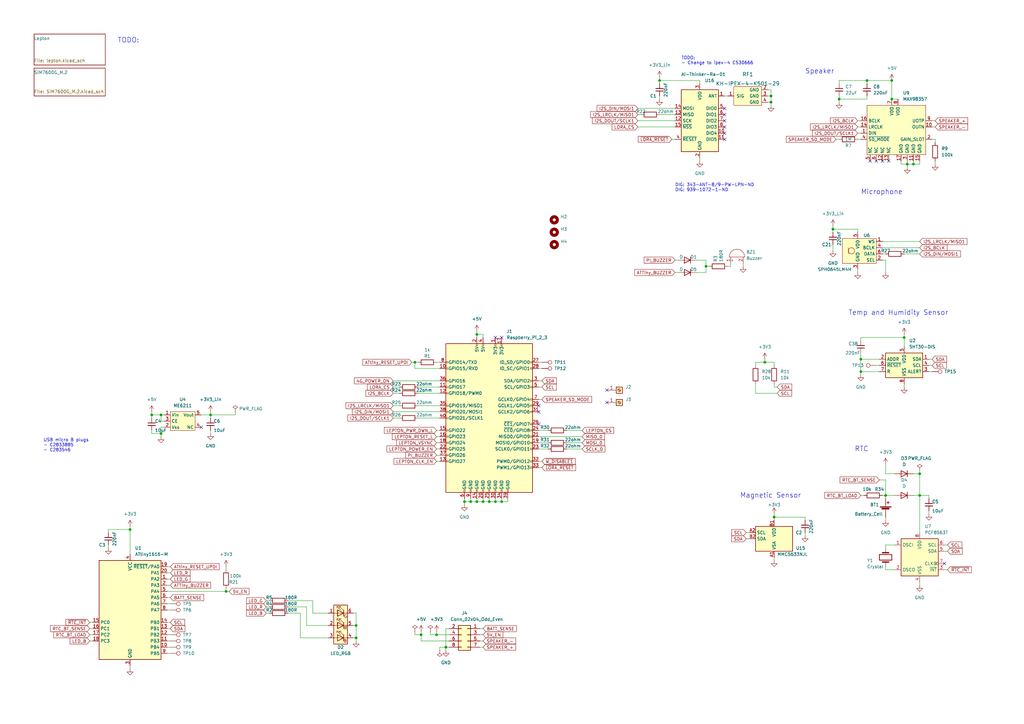
<source format=kicad_sch>
(kicad_sch (version 20211123) (generator eeschema)
  (paper "A3")
  (junction (at 353.06 147.32))
  (junction (at 66.04 177.8))
  (junction (at 205.74 205.74))
  (junction (at 316.23 41.91))
  (junction (at 66.04 170.18))
  (junction (at 377.19 203.2))
  (junction (at 92.71 242.57))
  (junction (at 146.05 261.62))
  (junction (at 203.2 205.74))
  (junction (at 182.88 265.43))
  (junction (at 270.51 33.02))
  (junction (at 289.56 109.22))
  (junction (at 195.58 205.74))
  (junction (at 370.84 138.43))
  (junction (at 146.05 256.54))
  (junction (at 198.12 205.74))
  (junction (at 344.17 40.64))
  (junction (at 195.58 137.16))
  (junction (at 170.18 148.59))
  (junction (at 365.76 40.64))
  (junction (at 316.23 39.37))
  (junction (at 355.6 33.02))
  (junction (at 341.63 93.98))
  (junction (at 200.66 205.74))
  (junction (at 317.5 212.09))
  (junction (at 353.06 152.4))
  (junction (at 179.07 260.35))
  (junction (at 193.04 205.74))
  (junction (at 172.72 260.35))
  (junction (at 372.11 67.31))
  (junction (at 365.76 33.02))
  (junction (at 86.36 170.18))
  (junction (at 374.65 67.31))
  (junction (at 53.34 217.17))
  (junction (at 363.22 203.2))
  (junction (at 190.5 205.74))
  (junction (at 313.69 148.59))
  (junction (at 62.23 170.18))
  (junction (at 377.19 194.31))
  (no_connect (at 248.92 165.1))
  (no_connect (at 203.2 138.43))
  (no_connect (at 205.74 138.43))
  (no_connect (at 297.18 54.61))
  (no_connect (at 248.92 160.02))
  (no_connect (at 387.35 231.14))
  (no_connect (at 297.18 44.45))
  (no_connect (at 220.98 166.37))
  (no_connect (at 82.55 175.26))
  (no_connect (at 297.18 46.99))
  (no_connect (at 220.98 168.91))
  (no_connect (at 220.98 173.99))
  (no_connect (at 361.95 66.04))
  (no_connect (at 297.18 49.53))
  (no_connect (at 297.18 52.07))
  (no_connect (at 364.49 66.04))
  (no_connect (at 356.87 66.04))
  (no_connect (at 359.41 66.04))
  (no_connect (at 297.18 57.15))
  (wire (pts (xy 381 204.47) (xy 381 203.2)))
  (wire (pts (xy 289.56 106.68) (xy 289.56 109.22)))
  (wire (pts (xy 198.12 205.74) (xy 200.66 205.74)))
  (wire (pts (xy 363.22 194.31) (xy 367.03 194.31)))
  (wire (pts (xy 353.06 138.43) (xy 353.06 139.7)))
  (wire (pts (xy 190.5 204.47) (xy 190.5 205.74)))
  (wire (pts (xy 86.36 171.45) (xy 86.36 170.18)))
  (wire (pts (xy 44.45 218.44) (xy 44.45 217.17)))
  (wire (pts (xy 289.56 111.76) (xy 289.56 109.22)))
  (wire (pts (xy 66.04 177.8) (xy 66.04 179.07)))
  (wire (pts (xy 344.17 40.64) (xy 344.17 41.91)))
  (wire (pts (xy 287.02 34.29) (xy 287.02 33.02)))
  (wire (pts (xy 299.72 109.22) (xy 298.45 109.22)))
  (wire (pts (xy 171.45 166.37) (xy 180.34 166.37)))
  (wire (pts (xy 123.19 251.46) (xy 123.19 261.62)))
  (wire (pts (xy 68.58 255.27) (xy 69.85 255.27)))
  (wire (pts (xy 86.36 170.18) (xy 96.52 170.18)))
  (wire (pts (xy 309.88 161.29) (xy 309.88 157.48)))
  (wire (pts (xy 125.73 256.54) (xy 134.62 256.54)))
  (wire (pts (xy 369.57 67.31) (xy 372.11 67.31)))
  (wire (pts (xy 363.22 196.85) (xy 360.68 196.85)))
  (wire (pts (xy 68.58 265.43) (xy 69.85 265.43)))
  (wire (pts (xy 232.41 181.61) (xy 238.76 181.61)))
  (wire (pts (xy 316.23 39.37) (xy 316.23 36.83)))
  (wire (pts (xy 363.22 190.5) (xy 363.22 194.31)))
  (wire (pts (xy 68.58 247.65) (xy 69.85 247.65)))
  (wire (pts (xy 220.98 176.53) (xy 224.79 176.53)))
  (wire (pts (xy 161.29 161.29) (xy 163.83 161.29)))
  (wire (pts (xy 172.72 260.35) (xy 172.72 259.08)))
  (wire (pts (xy 232.41 184.15) (xy 238.76 184.15)))
  (wire (pts (xy 184.15 260.35) (xy 179.07 260.35)))
  (wire (pts (xy 200.66 205.74) (xy 203.2 205.74)))
  (wire (pts (xy 190.5 205.74) (xy 193.04 205.74)))
  (wire (pts (xy 361.95 104.14) (xy 363.22 104.14)))
  (wire (pts (xy 176.53 260.35) (xy 176.53 259.08)))
  (wire (pts (xy 316.23 41.91) (xy 316.23 39.37)))
  (wire (pts (xy 377.19 193.04) (xy 377.19 194.31)))
  (wire (pts (xy 179.07 176.53) (xy 180.34 176.53)))
  (wire (pts (xy 182.88 265.43) (xy 182.88 266.7)))
  (wire (pts (xy 53.34 217.17) (xy 44.45 217.17)))
  (wire (pts (xy 270.51 31.75) (xy 270.51 33.02)))
  (wire (pts (xy 355.6 33.02) (xy 355.6 34.29)))
  (wire (pts (xy 318.77 161.29) (xy 309.88 161.29)))
  (wire (pts (xy 361.95 203.2) (xy 363.22 203.2)))
  (wire (pts (xy 276.86 111.76) (xy 278.13 111.76)))
  (wire (pts (xy 377.19 203.2) (xy 377.19 218.44)))
  (wire (pts (xy 275.59 57.15) (xy 276.86 57.15)))
  (wire (pts (xy 66.04 175.26) (xy 66.04 177.8)))
  (wire (pts (xy 383.54 66.04) (xy 383.54 67.31)))
  (wire (pts (xy 372.11 66.04) (xy 372.11 67.31)))
  (wire (pts (xy 341.63 93.98) (xy 341.63 95.25)))
  (wire (pts (xy 304.8 107.95) (xy 304.8 109.22)))
  (wire (pts (xy 171.45 171.45) (xy 180.34 171.45)))
  (wire (pts (xy 170.18 151.13) (xy 180.34 151.13)))
  (wire (pts (xy 387.35 226.06) (xy 388.62 226.06)))
  (wire (pts (xy 195.58 135.89) (xy 195.58 137.16)))
  (wire (pts (xy 170.18 260.35) (xy 170.18 259.08)))
  (wire (pts (xy 118.11 248.92) (xy 125.73 248.92)))
  (wire (pts (xy 200.66 205.74) (xy 200.66 204.47)))
  (wire (pts (xy 387.35 233.68) (xy 388.62 233.68)))
  (wire (pts (xy 363.22 203.2) (xy 363.22 196.85)))
  (wire (pts (xy 351.79 49.53) (xy 353.06 49.53)))
  (wire (pts (xy 361.95 106.68) (xy 363.22 106.68)))
  (wire (pts (xy 179.07 260.35) (xy 179.07 259.08)))
  (wire (pts (xy 180.34 265.43) (xy 180.34 266.7)))
  (wire (pts (xy 144.78 256.54) (xy 146.05 256.54)))
  (wire (pts (xy 196.85 257.81) (xy 198.12 257.81)))
  (wire (pts (xy 381 149.86) (xy 382.27 149.86)))
  (wire (pts (xy 353.06 203.2) (xy 354.33 203.2)))
  (wire (pts (xy 314.96 39.37) (xy 316.23 39.37)))
  (wire (pts (xy 377.19 194.31) (xy 377.19 203.2)))
  (wire (pts (xy 168.91 148.59) (xy 170.18 148.59)))
  (wire (pts (xy 374.65 194.31) (xy 377.19 194.31)))
  (wire (pts (xy 367.03 203.2) (xy 363.22 203.2)))
  (wire (pts (xy 342.9 57.15) (xy 344.17 57.15)))
  (wire (pts (xy 68.58 267.97) (xy 69.85 267.97)))
  (wire (pts (xy 341.63 100.33) (xy 341.63 102.87)))
  (wire (pts (xy 313.69 147.32) (xy 313.69 148.59)))
  (wire (pts (xy 353.06 147.32) (xy 360.68 147.32)))
  (wire (pts (xy 146.05 256.54) (xy 146.05 251.46)))
  (wire (pts (xy 123.19 261.62) (xy 134.62 261.62)))
  (wire (pts (xy 220.98 181.61) (xy 224.79 181.61)))
  (wire (pts (xy 36.83 260.35) (xy 38.1 260.35)))
  (wire (pts (xy 317.5 228.6) (xy 317.5 229.87)))
  (wire (pts (xy 367.03 233.68) (xy 363.22 233.68)))
  (wire (pts (xy 86.36 168.91) (xy 86.36 170.18)))
  (wire (pts (xy 377.19 66.04) (xy 377.19 67.31)))
  (wire (pts (xy 161.29 158.75) (xy 163.83 158.75)))
  (wire (pts (xy 68.58 262.89) (xy 69.85 262.89)))
  (wire (pts (xy 68.58 250.19) (xy 69.85 250.19)))
  (wire (pts (xy 381 152.4) (xy 382.27 152.4)))
  (wire (pts (xy 128.27 251.46) (xy 134.62 251.46)))
  (wire (pts (xy 179.07 189.23) (xy 180.34 189.23)))
  (wire (pts (xy 68.58 232.41) (xy 69.85 232.41)))
  (wire (pts (xy 383.54 58.42) (xy 383.54 57.15)))
  (wire (pts (xy 161.29 156.21) (xy 180.34 156.21)))
  (wire (pts (xy 381 147.32) (xy 382.27 147.32)))
  (wire (pts (xy 363.22 223.52) (xy 367.03 223.52)))
  (wire (pts (xy 220.98 151.13) (xy 222.25 151.13)))
  (wire (pts (xy 344.17 40.64) (xy 355.6 40.64)))
  (wire (pts (xy 261.62 46.99) (xy 262.89 46.99)))
  (wire (pts (xy 146.05 256.54) (xy 146.05 261.62)))
  (wire (pts (xy 372.11 67.31) (xy 374.65 67.31)))
  (wire (pts (xy 232.41 176.53) (xy 238.76 176.53)))
  (wire (pts (xy 276.86 106.68) (xy 278.13 106.68)))
  (wire (pts (xy 330.2 218.44) (xy 330.2 219.71)))
  (wire (pts (xy 92.71 242.57) (xy 93.98 242.57)))
  (wire (pts (xy 198.12 137.16) (xy 198.12 138.43)))
  (wire (pts (xy 179.07 260.35) (xy 176.53 260.35)))
  (wire (pts (xy 270.51 39.37) (xy 270.51 40.64)))
  (wire (pts (xy 171.45 158.75) (xy 180.34 158.75)))
  (wire (pts (xy 44.45 223.52) (xy 44.45 224.79)))
  (wire (pts (xy 370.84 104.14) (xy 377.19 104.14)))
  (wire (pts (xy 109.22 248.92) (xy 110.49 248.92)))
  (wire (pts (xy 118.11 246.38) (xy 128.27 246.38)))
  (wire (pts (xy 313.69 148.59) (xy 309.88 148.59)))
  (wire (pts (xy 287.02 64.77) (xy 287.02 66.04)))
  (wire (pts (xy 109.22 251.46) (xy 110.49 251.46)))
  (wire (pts (xy 309.88 148.59) (xy 309.88 149.86)))
  (wire (pts (xy 86.36 176.53) (xy 86.36 177.8)))
  (wire (pts (xy 351.79 52.07) (xy 353.06 52.07)))
  (wire (pts (xy 363.22 203.2) (xy 363.22 204.47)))
  (wire (pts (xy 374.65 66.04) (xy 374.65 67.31)))
  (wire (pts (xy 370.84 138.43) (xy 370.84 137.16)))
  (wire (pts (xy 317.5 212.09) (xy 317.5 213.36)))
  (wire (pts (xy 205.74 205.74) (xy 205.74 204.47)))
  (wire (pts (xy 341.63 92.71) (xy 341.63 93.98)))
  (wire (pts (xy 374.65 67.31) (xy 377.19 67.31)))
  (wire (pts (xy 353.06 152.4) (xy 360.68 152.4)))
  (wire (pts (xy 179.07 148.59) (xy 180.34 148.59)))
  (wire (pts (xy 195.58 205.74) (xy 198.12 205.74)))
  (wire (pts (xy 36.83 255.27) (xy 38.1 255.27)))
  (wire (pts (xy 66.04 175.26) (xy 67.31 175.26)))
  (wire (pts (xy 172.72 262.89) (xy 172.72 260.35)))
  (wire (pts (xy 193.04 205.74) (xy 193.04 204.47)))
  (wire (pts (xy 182.88 265.43) (xy 180.34 265.43)))
  (wire (pts (xy 220.98 184.15) (xy 224.79 184.15)))
  (wire (pts (xy 179.07 181.61) (xy 180.34 181.61)))
  (wire (pts (xy 82.55 170.18) (xy 86.36 170.18)))
  (wire (pts (xy 297.18 39.37) (xy 298.45 39.37)))
  (wire (pts (xy 316.23 36.83) (xy 314.96 36.83)))
  (wire (pts (xy 68.58 237.49) (xy 69.85 237.49)))
  (wire (pts (xy 330.2 212.09) (xy 330.2 213.36)))
  (wire (pts (xy 299.72 107.95) (xy 299.72 109.22)))
  (wire (pts (xy 351.79 93.98) (xy 351.79 95.25)))
  (wire (pts (xy 62.23 177.8) (xy 62.23 176.53)))
  (wire (pts (xy 285.75 106.68) (xy 289.56 106.68)))
  (wire (pts (xy 355.6 40.64) (xy 355.6 39.37)))
  (wire (pts (xy 351.79 110.49) (xy 351.79 111.76)))
  (wire (pts (xy 184.15 257.81) (xy 182.88 257.81)))
  (wire (pts (xy 109.22 246.38) (xy 110.49 246.38)))
  (wire (pts (xy 53.34 273.05) (xy 53.34 274.32)))
  (wire (pts (xy 128.27 246.38) (xy 128.27 251.46)))
  (wire (pts (xy 316.23 43.18) (xy 316.23 41.91)))
  (wire (pts (xy 208.28 205.74) (xy 208.28 204.47)))
  (wire (pts (xy 195.58 137.16) (xy 195.58 138.43)))
  (wire (pts (xy 365.76 33.02) (xy 355.6 33.02)))
  (wire (pts (xy 196.85 260.35) (xy 198.12 260.35)))
  (wire (pts (xy 184.15 262.89) (xy 172.72 262.89)))
  (wire (pts (xy 365.76 33.02) (xy 365.76 40.64)))
  (wire (pts (xy 361.95 101.6) (xy 377.19 101.6)))
  (wire (pts (xy 369.57 66.04) (xy 369.57 67.31)))
  (wire (pts (xy 344.17 39.37) (xy 344.17 40.64)))
  (wire (pts (xy 125.73 248.92) (xy 125.73 256.54)))
  (wire (pts (xy 68.58 242.57) (xy 92.71 242.57)))
  (wire (pts (xy 317.5 158.75) (xy 317.5 157.48)))
  (wire (pts (xy 92.71 241.3) (xy 92.71 242.57)))
  (wire (pts (xy 355.6 33.02) (xy 344.17 33.02)))
  (wire (pts (xy 203.2 205.74) (xy 203.2 204.47)))
  (wire (pts (xy 353.06 147.32) (xy 353.06 152.4)))
  (wire (pts (xy 198.12 205.74) (xy 198.12 204.47)))
  (wire (pts (xy 220.98 156.21) (xy 222.25 156.21)))
  (wire (pts (xy 381 209.55) (xy 381 210.82)))
  (wire (pts (xy 372.11 67.31) (xy 372.11 68.58)))
  (wire (pts (xy 377.19 238.76) (xy 377.19 240.03)))
  (wire (pts (xy 182.88 257.81) (xy 182.88 265.43)))
  (wire (pts (xy 146.05 251.46) (xy 144.78 251.46)))
  (wire (pts (xy 359.41 149.86) (xy 360.68 149.86)))
  (wire (pts (xy 382.27 49.53) (xy 383.54 49.53)))
  (wire (pts (xy 68.58 260.35) (xy 69.85 260.35)))
  (wire (pts (xy 118.11 251.46) (xy 123.19 251.46)))
  (wire (pts (xy 220.98 163.83) (xy 222.25 163.83)))
  (wire (pts (xy 313.69 148.59) (xy 317.5 148.59)))
  (wire (pts (xy 387.35 223.52) (xy 388.62 223.52)))
  (wire (pts (xy 171.45 161.29) (xy 180.34 161.29)))
  (wire (pts (xy 67.31 170.18) (xy 66.04 170.18)))
  (wire (pts (xy 92.71 232.41) (xy 92.71 233.68)))
  (wire (pts (xy 53.34 227.33) (xy 53.34 217.17)))
  (wire (pts (xy 172.72 260.35) (xy 170.18 260.35)))
  (wire (pts (xy 190.5 205.74) (xy 190.5 207.01)))
  (wire (pts (xy 363.22 212.09) (xy 363.22 213.36)))
  (wire (pts (xy 220.98 179.07) (xy 238.76 179.07)))
  (wire (pts (xy 363.22 233.68) (xy 363.22 232.41)))
  (wire (pts (xy 196.85 265.43) (xy 198.12 265.43)))
  (wire (pts (xy 381 203.2) (xy 377.19 203.2)))
  (wire (pts (xy 374.65 203.2) (xy 377.19 203.2)))
  (wire (pts (xy 36.83 262.89) (xy 38.1 262.89)))
  (wire (pts (xy 220.98 158.75) (xy 222.25 158.75)))
  (wire (pts (xy 62.23 170.18) (xy 62.23 171.45)))
  (wire (pts (xy 170.18 151.13) (xy 170.18 148.59)))
  (wire (pts (xy 146.05 261.62) (xy 146.05 262.89)))
  (wire (pts (xy 182.88 265.43) (xy 184.15 265.43)))
  (wire (pts (xy 220.98 148.59) (xy 222.25 148.59)))
  (wire (pts (xy 351.79 57.15) (xy 353.06 57.15)))
  (wire (pts (xy 220.98 189.23) (xy 222.25 189.23)))
  (wire (pts (xy 344.17 33.02) (xy 344.17 34.29)))
  (wire (pts (xy 317.5 210.82) (xy 317.5 212.09)))
  (wire (pts (xy 66.04 170.18) (xy 62.23 170.18)))
  (wire (pts (xy 317.5 212.09) (xy 330.2 212.09)))
  (wire (pts (xy 53.34 215.9) (xy 53.34 217.17)))
  (wire (pts (xy 220.98 191.77) (xy 222.25 191.77)))
  (wire (pts (xy 317.5 148.59) (xy 317.5 149.86)))
  (wire (pts (xy 285.75 111.76) (xy 289.56 111.76)))
  (wire (pts (xy 68.58 240.03) (xy 69.85 240.03)))
  (wire (pts (xy 261.62 52.07) (xy 276.86 52.07)))
  (wire (pts (xy 363.22 106.68) (xy 363.22 111.76)))
  (wire (pts (xy 353.06 138.43) (xy 370.84 138.43)))
  (wire (pts (xy 370.84 138.43) (xy 370.84 142.24)))
  (wire (pts (xy 353.06 153.67) (xy 353.06 152.4)))
  (wire (pts (xy 195.58 137.16) (xy 198.12 137.16)))
  (wire (pts (xy 179.07 179.07) (xy 180.34 179.07)))
  (wire (pts (xy 67.31 172.72) (xy 66.04 172.72)))
  (wire (pts (xy 96.52 170.18) (xy 96.52 168.91)))
  (wire (pts (xy 353.06 144.78) (xy 353.06 147.32)))
  (wire (pts (xy 261.62 44.45) (xy 276.86 44.45)))
  (wire (pts (xy 195.58 205.74) (xy 195.58 204.47)))
  (wire (pts (xy 306.07 220.98) (xy 307.34 220.98)))
  (wire (pts (xy 287.02 33.02) (xy 270.51 33.02)))
  (wire (pts (xy 318.77 158.75) (xy 317.5 158.75)))
  (wire (pts (xy 193.04 205.74) (xy 195.58 205.74)))
  (wire (pts (xy 205.74 205.74) (xy 208.28 205.74)))
  (wire (pts (xy 270.51 46.99) (xy 276.86 46.99)))
  (wire (pts (xy 370.84 157.48) (xy 370.84 158.75)))
  (wire (pts (xy 361.95 99.06) (xy 377.19 99.06)))
  (wire (pts (xy 62.23 170.18) (xy 62.23 168.91)))
  (wire (pts (xy 270.51 33.02) (xy 270.51 34.29)))
  (wire (pts (xy 170.18 148.59) (xy 171.45 148.59)))
  (wire (pts (xy 314.96 41.91) (xy 316.23 41.91)))
  (wire (pts (xy 66.04 177.8) (xy 62.23 177.8)))
  (wire (pts (xy 363.22 224.79) (xy 363.22 223.52)))
  (wire (pts (xy 36.83 257.81) (xy 38.1 257.81)))
  (wire (pts (xy 68.58 257.81) (xy 69.85 257.81)))
  (wire (pts (xy 161.29 166.37) (xy 163.83 166.37)))
  (wire (pts (xy 365.76 40.64) (xy 368.3 40.64)))
  (wire (pts (xy 306.07 218.44) (xy 307.34 218.44)))
  (wire (pts (xy 382.27 52.07) (xy 383.54 52.07)))
  (wire (pts (xy 383.54 57.15) (xy 382.27 57.15)))
  (wire (pts (xy 196.85 262.89) (xy 198.12 262.89)))
  (wire (pts (xy 261.62 49.53) (xy 276.86 49.53)))
  (wire (pts (xy 161.29 168.91) (xy 180.34 168.91)))
  (wire (pts (xy 146.05 261.62) (xy 144.78 261.62)))
  (wire (pts (xy 203.2 205.74) (xy 205.74 205.74)))
  (wire (pts (xy 179.07 184.15) (xy 180.34 184.15)))
  (wire (pts (xy 179.07 186.69) (xy 180.34 186.69)))
  (wire (pts (xy 289.56 109.22) (xy 290.83 109.22)))
  (wire (pts (xy 341.63 93.98) (xy 351.79 93.98)))
  (wire (pts (xy 68.58 245.11) (xy 69.85 245.11)))
  (wire (pts (xy 161.29 171.45) (xy 163.83 171.45)))
  (wire (pts (xy 66.04 170.18) (xy 66.04 172.72)))
  (wire (pts (xy 351.79 54.61) (xy 353.06 54.61)))
  (wire (pts (xy 68.58 234.95) (xy 69.85 234.95)))
  (text "Magnetic Sensor" (at 303.53 204.47 0) (effects (font (size 2 2)) (justify left bottom)))
  (text "Speaker" (at 330.2 30.48 0) (effects (font (size 2 2)) (justify left bottom)))
  (text "USB micro B plugs\n- C2833885\n- C283546" (at 17.78 185.42 0) (effects (font (size 1.27 1.27)) (justify left bottom)))
  (text "TODO:\n- Change to ipex-4 C530666" (at 279.4 26.67 0) (effects (font (size 1.27 1.27)) (justify left bottom)))
  (text "Microphone" (at 353.06 80.01 0) (effects (font (size 2 2)) (justify left bottom)))
  (text "TODO:" (at 48.26 17.78 0) (effects (font (size 2 2)) (justify left bottom)))
  (text "DIG: 343-ANT-8/9-PW-LPN-ND\nDIG: 939-1072-1-ND" (at 276.86 78.74 0) (effects (font (size 1.27 1.27)) (justify left bottom)))
  (text "Temp and Humidity Sensor" (at 347.98 129.54 0) (effects (font (size 2 2)) (justify left bottom)))
  (text "RTC" (at 350.52 185.42 0) (effects (font (size 2 2)) (justify left bottom)))
  (global_label "PI_BUZZER" (shape input) (at 276.86 106.68 180) (property "Intersheet References" "${INTERSHEET_REFS}" (effects hide)))
  (global_label "I2S_BCLK" (shape input) (at 161.29 161.29 180) (property "Intersheet References" "${INTERSHEET_REFS}" (effects hide)))
  (global_label "ATtiny_RESET_UPDI" (shape input) (at 69.85 232.41 0) (property "Intersheet References" "${INTERSHEET_REFS}" (effects hide)))
  (global_label "LED_R" (shape input) (at 109.22 248.92 180) (property "Intersheet References" "${INTERSHEET_REFS}" (effects hide)))
  (global_label "RTC_BT_SENSE" (shape input) (at 360.68 196.85 180) (property "Intersheet References" "${INTERSHEET_REFS}" (effects hide)))
  (global_label "SPEAKER_+" (shape input) (at 383.54 49.53 0) (property "Intersheet References" "${INTERSHEET_REFS}" (effects hide)))
  (global_label "~{LORA_RESET}" (shape input) (at 275.59 57.15 180) (property "Intersheet References" "${INTERSHEET_REFS}" (effects hide)))
  (global_label "SDA" (shape input) (at 306.07 220.98 180) (property "Intersheet References" "${INTERSHEET_REFS}" (effects hide)))
  (global_label "SCL" (shape input) (at 306.07 218.44 180) (property "Intersheet References" "${INTERSHEET_REFS}" (effects hide)))
  (global_label "LORA_CS" (shape input) (at 161.29 158.75 180) (property "Intersheet References" "${INTERSHEET_REFS}" (effects hide)))
  (global_label "BATT_SENSE" (shape input) (at 69.85 245.11 0) (property "Intersheet References" "${INTERSHEET_REFS}" (effects hide)))
  (global_label "LORA_CS" (shape input) (at 261.62 52.07 180) (property "Intersheet References" "${INTERSHEET_REFS}" (effects hide)))
  (global_label "ATTiny_BUZZER" (shape input) (at 69.85 240.03 0) (property "Intersheet References" "${INTERSHEET_REFS}" (effects hide)))
  (global_label "4G_POWER_ON" (shape input) (at 161.29 156.21 180) (property "Intersheet References" "${INTERSHEET_REFS}" (effects hide)))
  (global_label "LEPTON_POWER_EN" (shape input) (at 179.07 184.15 180) (property "Intersheet References" "${INTERSHEET_REFS}" (effects hide)))
  (global_label "LED_R" (shape input) (at 69.85 234.95 0) (property "Intersheet References" "${INTERSHEET_REFS}" (effects hide)))
  (global_label "I2S_LRCLK{slash}MISO1" (shape input) (at 351.79 52.07 180) (property "Intersheet References" "${INTERSHEET_REFS}" (effects hide)))
  (global_label "5V_EN" (shape input) (at 93.98 242.57 0) (property "Intersheet References" "${INTERSHEET_REFS}" (effects hide)))
  (global_label "I2S_LRCLK{slash}MISO1" (shape input) (at 377.19 99.06 0) (property "Intersheet References" "${INTERSHEET_REFS}" (effects hide)))
  (global_label "SPEAKER_-" (shape input) (at 383.54 52.07 0) (property "Intersheet References" "${INTERSHEET_REFS}" (effects hide)))
  (global_label "I2S_DOUT{slash}SCLK1" (shape input) (at 351.79 54.61 180) (property "Intersheet References" "${INTERSHEET_REFS}" (effects hide)))
  (global_label "~{RTC_INT}" (shape input) (at 388.62 233.68 0) (property "Intersheet References" "${INTERSHEET_REFS}" (effects hide)))
  (global_label "5V_EN" (shape input) (at 198.12 260.35 0) (property "Intersheet References" "${INTERSHEET_REFS}" (effects hide)))
  (global_label "LEPTON_RESET_L" (shape input) (at 179.07 179.07 180) (property "Intersheet References" "${INTERSHEET_REFS}" (effects hide)))
  (global_label "SPEAKER_+" (shape input) (at 198.12 265.43 0) (property "Intersheet References" "${INTERSHEET_REFS}" (effects hide)))
  (global_label "LED_G" (shape input) (at 109.22 246.38 180) (property "Intersheet References" "${INTERSHEET_REFS}" (effects hide)))
  (global_label "I2S_DIN{slash}MOSI1" (shape input) (at 161.29 168.91 180) (property "Intersheet References" "${INTERSHEET_REFS}" (effects hide)))
  (global_label "SDA" (shape input) (at 388.62 226.06 0) (property "Intersheet References" "${INTERSHEET_REFS}" (effects hide)))
  (global_label "SPEAKER_SD_MODE" (shape input) (at 222.25 163.83 0) (property "Intersheet References" "${INTERSHEET_REFS}" (effects hide)))
  (global_label "I2S_DOUT{slash}SCLK1" (shape input) (at 261.62 49.53 180) (property "Intersheet References" "${INTERSHEET_REFS}" (effects hide)))
  (global_label "SCL" (shape input) (at 382.27 149.86 0) (property "Intersheet References" "${INTERSHEET_REFS}" (effects hide)))
  (global_label "LED_G" (shape input) (at 69.85 237.49 0) (property "Intersheet References" "${INTERSHEET_REFS}" (effects hide)))
  (global_label "SDA" (shape input) (at 382.27 147.32 0) (property "Intersheet References" "${INTERSHEET_REFS}" (effects hide)))
  (global_label "SCL" (shape input) (at 388.62 223.52 0) (property "Intersheet References" "${INTERSHEET_REFS}" (effects hide)))
  (global_label "LEPTON_CLK_EN" (shape input) (at 179.07 189.23 180) (property "Intersheet References" "${INTERSHEET_REFS}" (effects hide)))
  (global_label "MISO_0" (shape input) (at 238.76 179.07 0) (property "Intersheet References" "${INTERSHEET_REFS}" (effects hide)))
  (global_label "LED_B" (shape input) (at 36.83 262.89 180) (property "Intersheet References" "${INTERSHEET_REFS}" (effects hide)))
  (global_label "SCL" (shape input) (at 69.85 255.27 0) (property "Intersheet References" "${INTERSHEET_REFS}" (effects hide)))
  (global_label "ATTiny_BUZZER" (shape input) (at 276.86 111.76 180) (property "Intersheet References" "${INTERSHEET_REFS}" (effects hide)))
  (global_label "I2S_LRCLK{slash}MISO1" (shape input) (at 261.62 46.99 180) (property "Intersheet References" "${INTERSHEET_REFS}" (effects hide)))
  (global_label "SCL" (shape input) (at 318.77 161.29 0) (property "Intersheet References" "${INTERSHEET_REFS}" (effects hide)))
  (global_label "SPEAKER_SD_MODE" (shape input) (at 342.9 57.15 180) (property "Intersheet References" "${INTERSHEET_REFS}" (effects hide)))
  (global_label "SDA" (shape input) (at 69.85 257.81 0) (property "Intersheet References" "${INTERSHEET_REFS}" (effects hide)))
  (global_label "LEPTON_VSYNC" (shape input) (at 179.07 181.61 180) (property "Intersheet References" "${INTERSHEET_REFS}" (effects hide)))
  (global_label "SPEAKER_-" (shape input) (at 198.12 262.89 0) (property "Intersheet References" "${INTERSHEET_REFS}" (effects hide)))
  (global_label "RTC_BT_LOAD" (shape input) (at 36.83 260.35 180) (property "Intersheet References" "${INTERSHEET_REFS}" (effects hide)))
  (global_label "RTC_BT_LOAD" (shape input) (at 353.06 203.2 180) (property "Intersheet References" "${INTERSHEET_REFS}" (effects hide)))
  (global_label "ATtiny_RESET_UPDI" (shape input) (at 168.91 148.59 180) (property "Intersheet References" "${INTERSHEET_REFS}" (effects hide)))
  (global_label "~{RTC_INT}" (shape input) (at 36.83 255.27 180) (property "Intersheet References" "${INTERSHEET_REFS}" (effects hide)))
  (global_label "LEPTON_PWR_DWN_L" (shape input) (at 179.07 176.53 180) (property "Intersheet References" "${INTERSHEET_REFS}" (effects hide)))
  (global_label "I2S_BCLK" (shape input) (at 377.19 101.6 0) (property "Intersheet References" "${INTERSHEET_REFS}" (effects hide)))
  (global_label "~{W_DISABLE1}" (shape input) (at 222.25 189.23 0) (property "Intersheet References" "${INTERSHEET_REFS}" (effects hide)))
  (global_label "LED_B" (shape input) (at 109.22 251.46 180) (property "Intersheet References" "${INTERSHEET_REFS}" (effects hide)))
  (global_label "SDA" (shape input) (at 222.25 156.21 0) (property "Intersheet References" "${INTERSHEET_REFS}" (effects hide)))
  (global_label "I2S_BCLK" (shape input) (at 351.79 49.53 180) (property "Intersheet References" "${INTERSHEET_REFS}" (effects hide)))
  (global_label "RTC_BT_SENSE" (shape input) (at 36.83 257.81 180) (property "Intersheet References" "${INTERSHEET_REFS}" (effects hide)))
  (global_label "~{LORA_RESET}" (shape input) (at 222.25 191.77 0) (property "Intersheet References" "${INTERSHEET_REFS}" (effects hide)))
  (global_label "LEPTON_CS" (shape input) (at 238.76 176.53 0) (property "Intersheet References" "${INTERSHEET_REFS}" (effects hide)))
  (global_label "I2S_LRCLK{slash}MISO1" (shape input) (at 161.29 166.37 180) (property "Intersheet References" "${INTERSHEET_REFS}" (effects hide)))
  (global_label "PI_BUZZER" (shape input) (at 179.07 186.69 180) (property "Intersheet References" "${INTERSHEET_REFS}" (effects hide)))
  (global_label "I2S_DIN{slash}MOSI1" (shape input) (at 261.62 44.45 180) (property "Intersheet References" "${INTERSHEET_REFS}" (effects hide)))
  (global_label "I2S_DIN{slash}MOSI1" (shape input) (at 377.19 104.14 0) (property "Intersheet References" "${INTERSHEET_REFS}" (effects hide)))
  (global_label "I2S_DOUT{slash}SCLK1" (shape input) (at 161.29 171.45 180) (property "Intersheet References" "${INTERSHEET_REFS}" (effects hide)))
  (global_label "SCLK_0" (shape input) (at 238.76 184.15 0) (property "Intersheet References" "${INTERSHEET_REFS}" (effects hide)))
  (global_label "SDA" (shape input) (at 318.77 158.75 0) (property "Intersheet References" "${INTERSHEET_REFS}" (effects hide)))
  (global_label "MOSI_0" (shape input) (at 238.76 181.61 0) (property "Intersheet References" "${INTERSHEET_REFS}" (effects hide)))
  (global_label "SCL" (shape input) (at 222.25 158.75 0) (property "Intersheet References" "${INTERSHEET_REFS}" (effects hide)))
  (global_label "BATT_SENSE" (shape input) (at 198.12 257.81 0) (property "Intersheet References" "${INTERSHEET_REFS}" (effects hide)))
  (symbol (lib_id "power:+3V3") (at 313.69 147.32 0) (unit 1)
    (property "Reference" "#PWR0133" (effects hide))
    (property "Value" "+3V3" (at 313.69 142.24 0))
  )
  (symbol (lib_id "Mechanical:MountingHole") (at 227.33 100.33 0) (unit 1)
    (property "Reference" "H4" (at 229.87 99.0599 0) (effects (justify left)))
    (property "Value" "MountingHole" (effects hide))
    (property "Footprint" "cacophony-library:Mouning_Hole_M3" (effects hide))
  )
  (symbol (lib_id "Device:R") (at 294.64 109.22 90) (unit 1)
    (property "Reference" "R3" (at 293.4716 107.442 0) (effects (justify left)))
    (property "Value" "180R" (at 295.783 107.442 0) (effects (justify left)))
    (property "Footprint" "Resistor_SMD:R_0402_1005Metric" (effects hide))
    (property "LCSC" "C38941" (effects hide))
  )
  (symbol (lib_id "power:PWR_FLAG") (at 170.18 259.08 0) (unit 1)
    (property "Reference" "#FLG01" (effects hide))
    (property "Value" "PWR_FLAG" (effects hide))
  )
  (symbol (lib_id "Device:R") (at 167.64 166.37 90) (unit 1)
    (property "Reference" "R25" (at 162.56 165.1 90))
    (property "Value" "22ohm" (at 173.99 165.1 90))
    (property "Footprint" "Resistor_SMD:R_0402_1005Metric" (effects hide))
    (property "LCSC" "C25092" (effects hide))
  )
  (symbol (lib_id "power:GND") (at 372.11 68.58 0) (unit 1)
    (property "Reference" "#PWR0107" (effects hide))
    (property "Value" "GND" (effects hide))
  )
  (symbol (lib_id "Device:R") (at 167.64 158.75 90) (unit 1)
    (property "Reference" "R23" (at 162.56 157.48 90))
    (property "Value" "22ohm" (at 173.99 157.48 90))
    (property "Footprint" "Resistor_SMD:R_0402_1005Metric" (effects hide))
    (property "LCSC" "C25092" (effects hide))
  )
  (symbol (lib_id "power:PWR_FLAG") (at 377.19 193.04 0) (unit 1)
    (property "Reference" "#FLG0102" (effects hide))
    (property "Value" "PWR_FLAG" (at 377.19 187.96 0))
  )
  (symbol (lib_id "power:PWR_FLAG") (at 96.52 168.91 0) (unit 1)
    (property "Reference" "#FLG0101" (effects hide))
    (property "Value" "PWR_FLAG" (at 102.87 167.64 0))
  )
  (symbol (lib_id "Device:D") (at 370.84 194.31 180) (unit 1)
    (property "Reference" "D3" (at 370.84 187.96 0))
    (property "Value" "D" (at 370.84 190.5 0))
    (property "Footprint" "Diode_SMD:D_SOD-523" (effects hide))
    (property "LCSC" "C668989" (effects hide))
  )
  (symbol (lib_id "cacophony-symbols:MAX98357") (at 367.03 45.72 0) (unit 1)
    (property "Reference" "U9" (at 370.3194 38.1 0) (effects (justify left)))
    (property "Value" "MAX98357" (at 370.3194 40.64 0) (effects (justify left)))
    (property "Footprint" "Package_DFN_QFN:TQFN-16-1EP_3x3mm_P0.5mm_EP1.6x1.6mm" (effects hide))
    (property "Datasheet" "https://datasheets.maximintegrated.com/en/ds/MAX98357A-MAX98357B.pdf" (effects hide))
    (property "LCSC" "C910544" (effects hide))
  )
  (symbol (lib_id "Connector:TestPoint") (at 69.85 247.65 270) (unit 1) (in_bom no)
    (property "Reference" "TP5" (at 74.93 247.65 90) (effects (justify left)))
    (property "Value" "TestPoint" (effects hide))
    (property "Footprint" "cacophony-library:TP_PAD" (effects hide))
  )
  (symbol (lib_id "cacophony-symbols:LED_RGB") (at 139.7 256.54 0) (mirror y) (unit 1)
    (property "Reference" "D2" (at 139.7 265.43 0))
    (property "Value" "LED_RGB" (at 139.7 267.97 0))
    (property "Footprint" "cacophony-library:LED-SMD_6PIN-L1.60-W1.50-BL-RD" (effects hide))
    (property "LCSC" "C375568" (effects hide))
  )
  (symbol (lib_id "power:GND") (at 377.19 240.03 0) (unit 1)
    (property "Reference" "#PWR0125" (effects hide))
    (property "Value" "GND" (at 377.19 245.11 0))
  )
  (symbol (lib_id "Device:R") (at 266.7 46.99 90) (unit 1)
    (property "Reference" "R22" (at 262.89 45.72 90))
    (property "Value" "22ohm" (at 273.05 45.72 90))
    (property "Footprint" "Resistor_SMD:R_0402_1005Metric" (effects hide))
    (property "LCSC" "C25092" (effects hide))
  )
  (symbol (lib_id "cacophony-symbols:KH-IPEX-4-K501-29") (at 307.34 39.37 0) (unit 1)
    (property "Reference" "RF1" (at 306.705 30.48 0) (effects (font (size 1.524 1.524))))
    (property "Value" "KH-IPEX-4-K501-29" (at 306.705 34.29 0) (effects (font (size 1.524 1.524))))
    (property "Footprint" "cacophony-footprints:IPEX4-SMD_4P-L1.8-W1.7-LS2.0-L_KH-IPEX4-2020" (effects hide))
    (property "Datasheet" "https://lcsc.com/product-detail/RF-Connectors-Coaxial-Connectors_Shenzhen-Kinghelm-Elec-KH-IPEX-K501-29_C411563.html" (effects hide))
    (property "Manufacturer" "Shenzhen Kinghelm Elec" (effects hide))
    (property "LCSC" "C530666" (effects hide))
    (property "JLC Part" "Extended Part" (effects hide))
  )
  (symbol (lib_id "power:GND") (at 44.45 224.79 0) (unit 1)
    (property "Reference" "#PWR0115" (effects hide))
    (property "Value" "GND" (effects hide))
  )
  (symbol (lib_id "power:+3V3") (at 53.34 215.9 0) (unit 1)
    (property "Reference" "#PWR0173" (effects hide))
    (property "Value" "+3V3" (at 53.34 210.82 0))
  )
  (symbol (lib_id "Device:R") (at 228.6 184.15 90) (unit 1)
    (property "Reference" "R32" (at 223.52 182.88 90))
    (property "Value" "22ohm" (at 234.95 182.88 90))
    (property "Footprint" "Resistor_SMD:R_0402_1005Metric" (effects hide))
    (property "LCSC" "C25092" (effects hide))
  )
  (symbol (lib_id "Device:D") (at 370.84 203.2 180) (unit 1)
    (property "Reference" "D4" (at 370.84 196.85 0))
    (property "Value" "D" (at 370.84 199.39 0))
    (property "Footprint" "Diode_SMD:D_SOD-523" (effects hide))
    (property "LCSC" "C668989" (effects hide))
  )
  (symbol (lib_id "Mechanical:MountingHole") (at 227.33 90.17 0) (unit 1)
    (property "Reference" "H2" (at 229.87 88.8999 0) (effects (justify left)))
    (property "Value" "MountingHole" (effects hide))
    (property "Footprint" "cacophony-library:Mouning_Hole_M3" (effects hide))
  )
  (symbol (lib_id "Connector_Generic:Conn_02x04_Odd_Even") (at 191.77 260.35 0) (mirror y) (unit 1)
    (property "Reference" "J4" (at 190.5 251.46 0))
    (property "Value" "Conn_02x04_Odd_Even" (at 195.58 254 0))
    (property "Footprint" "cacophony-library:power-pcb" (effects hide))
    (property "LCSC" "C124386" (effects hide))
  )
  (symbol (lib_id "Connector:TestPoint") (at 69.85 265.43 270) (unit 1) (in_bom no)
    (property "Reference" "TP9" (at 74.93 265.43 90) (effects (justify left)))
    (property "Value" "TestPoint" (effects hide))
    (property "Footprint" "cacophony-library:TP_PAD" (effects hide))
  )
  (symbol (lib_id "power:GND") (at 381 210.82 0) (unit 1)
    (property "Reference" "#PWR0127" (effects hide))
    (property "Value" "GND" (effects hide))
  )
  (symbol (lib_id "power:GND") (at 370.84 158.75 0) (unit 1)
    (property "Reference" "#PWR0111" (effects hide))
    (property "Value" "GND" (effects hide))
  )
  (symbol (lib_id "Device:R") (at 175.26 148.59 90) (unit 1)
    (property "Reference" "R1" (at 175.26 146.05 90))
    (property "Value" "1k" (at 175.26 143.51 90))
    (property "Footprint" "Resistor_SMD:R_0402_1005Metric" (effects hide))
    (property "LCSC" "C11702" (effects hide))
  )
  (symbol (lib_id "power:+5V") (at 172.72 259.08 0) (unit 1)
    (property "Reference" "#PWR0136" (effects hide))
    (property "Value" "+5V" (at 172.72 254 0))
  )
  (symbol (lib_id "power:PWR_FLAG") (at 176.53 259.08 0) (unit 1)
    (property "Reference" "#FLG02" (effects hide))
    (property "Value" "PWR_FLAG" (effects hide))
  )
  (symbol (lib_id "Sensor_Humidity:SHT30-DIS") (at 370.84 149.86 0) (unit 1)
    (property "Reference" "U2" (at 372.8594 139.7 0) (effects (justify left)))
    (property "Value" "SHT30-DIS" (at 372.8594 142.24 0) (effects (justify left)))
    (property "Footprint" "Sensor_Humidity:Sensirion_DFN-8-1EP_2.5x2.5mm_P0.5mm_EP1.1x1.7mm" (effects hide))
    (property "Datasheet" "https://www.sensirion.com/fileadmin/user_upload/customers/sensirion/Dokumente/2_Humidity_Sensors/Datasheets/Sensirion_Humidity_Sensors_SHT3x_Datasheet_digital.pdf" (effects hide))
    (property "LCSC" "C77361" (effects hide))
  )
  (symbol (lib_id "Device:D") (at 281.94 106.68 180) (unit 1)
    (property "Reference" "D1" (at 284.48 105.41 0))
    (property "Value" "D" (at 279.4 105.41 0))
    (property "Footprint" "Diode_SMD:D_SOD-523" (effects hide))
    (property "LCSC" "C668989" (effects hide))
  )
  (symbol (lib_id "Device:R") (at 228.6 176.53 90) (unit 1)
    (property "Reference" "R30" (at 223.52 175.26 90))
    (property "Value" "22ohm" (at 234.95 175.26 90))
    (property "Footprint" "Resistor_SMD:R_0402_1005Metric" (effects hide))
    (property "LCSC" "C25092" (effects hide))
  )
  (symbol (lib_id "Device:R") (at 228.6 181.61 90) (unit 1)
    (property "Reference" "R31" (at 223.52 180.34 90))
    (property "Value" "22ohm" (at 234.95 180.34 90))
    (property "Footprint" "Resistor_SMD:R_0402_1005Metric" (effects hide))
    (property "LCSC" "C25092" (effects hide))
  )
  (symbol (lib_id "power:GND") (at 287.02 66.04 0) (unit 1)
    (property "Reference" "#PWR0114" (effects hide))
    (property "Value" "GND" (at 287.02 71.12 0))
  )
  (symbol (lib_id "Device:C_Small") (at 270.51 36.83 180) (unit 1)
    (property "Reference" "C1" (at 267.97 39.37 0))
    (property "Value" "220nF" (at 273.05 36.83 90))
    (property "Footprint" "Capacitor_SMD:C_0402_1005Metric" (effects hide))
    (property "LCSC" "C16772" (effects hide))
  )
  (symbol (lib_id "cacophony-symbols:ME6211") (at 74.93 167.64 0) (unit 1)
    (property "Reference" "U4" (at 74.93 163.83 0))
    (property "Value" "ME6211" (at 74.93 166.37 0))
    (property "Footprint" "Package_TO_SOT_SMD:SOT-23-5" (effects hide))
    (property "Datasheet" "https://datasheet.lcsc.com/lcsc/1811131510_MICRONE-Nanjing-Micro-One-Elec-ME6211C33M5G-N_C82942.pdf" (effects hide))
    (property "LCSC" "C82942" (effects hide))
  )
  (symbol (lib_id "Device:R") (at 114.3 246.38 90) (unit 1)
    (property "Reference" "R5" (at 111.76 245.11 90) (effects (justify left)))
    (property "Value" "180R" (at 121.92 245.11 90) (effects (justify left)))
    (property "Footprint" "Resistor_SMD:R_0402_1005Metric" (effects hide))
    (property "LCSC" "C38941" (effects hide))
  )
  (symbol (lib_id "cacophony-symbols:+3V3_Lin") (at 270.51 31.75 0) (unit 1)
    (property "Reference" "#PWR0108" (effects hide))
    (property "Value" "+3V3_Lin" (at 270.51 26.67 0))
  )
  (symbol (lib_id "Connector:TestPoint") (at 222.25 151.13 270) (unit 1) (in_bom no)
    (property "Reference" "TP12" (at 227.33 151.13 90) (effects (justify left)))
    (property "Value" "TestPoint" (effects hide))
    (property "Footprint" "cacophony-library:TP" (effects hide))
  )
  (symbol (lib_id "Device:R") (at 358.14 203.2 90) (unit 1)
    (property "Reference" "R34" (at 360.68 200.66 90))
    (property "Value" "10k" (at 355.6 200.66 90))
    (property "Footprint" "Resistor_SMD:R_0402_1005Metric" (effects hide))
    (property "LCSC" "C25744" (effects hide))
  )
  (symbol (lib_id "power:GND") (at 270.51 40.64 0) (unit 1)
    (property "Reference" "#PWR0120" (effects hide))
    (property "Value" "GND" (effects hide))
  )
  (symbol (lib_id "Device:R") (at 114.3 248.92 90) (unit 1)
    (property "Reference" "R4" (at 111.76 247.65 90) (effects (justify left)))
    (property "Value" "180R" (at 121.92 247.65 90) (effects (justify left)))
    (property "Footprint" "Resistor_SMD:R_0402_1005Metric" (effects hide))
    (property "LCSC" "C38941" (effects hide))
  )
  (symbol (lib_id "Device:C_Small") (at 330.2 215.9 180) (unit 1)
    (property "Reference" "C2" (at 327.66 218.44 0))
    (property "Value" "220nF" (at 332.74 215.9 90))
    (property "Footprint" "Capacitor_SMD:C_0402_1005Metric" (effects hide))
    (property "LCSC" "C16772" (effects hide))
  )
  (symbol (lib_id "power:GND") (at 341.63 102.87 0) (unit 1)
    (property "Reference" "#PWR0170" (effects hide))
    (property "Value" "GND" (at 341.63 107.95 0))
  )
  (symbol (lib_id "Device:Battery_Cell") (at 363.22 209.55 0) (unit 1)
    (property "Reference" "BT1" (at 356.87 207.01 0) (effects (justify left)))
    (property "Value" "Battery_Cell" (at 350.52 210.82 0) (effects (justify left)))
    (property "Footprint" "cacophony-footprints:CR1220" (effects hide))
    (property "LCSC" "C969906" (effects hide))
  )
  (symbol (lib_id "power:GND") (at 317.5 229.87 0) (unit 1)
    (property "Reference" "#PWR0167" (effects hide))
    (property "Value" "GND" (effects hide))
  )
  (symbol (lib_id "power:+5V") (at 365.76 33.02 0) (unit 1)
    (property "Reference" "#PWR0117" (effects hide))
    (property "Value" "+5V" (at 365.76 27.94 0))
  )
  (symbol (lib_id "Device:C_Small") (at 86.36 173.99 0) (unit 1)
    (property "Reference" "C6" (at 87.63 172.72 0) (effects (justify left)))
    (property "Value" "10uF" (at 87.63 176.53 0) (effects (justify left)))
    (property "Footprint" "Capacitor_SMD:C_0603_1608Metric" (effects hide))
    (property "LCSC" "C19702" (effects hide))
  )
  (symbol (lib_id "Connector:Raspberry_Pi_2_3") (at 200.66 171.45 0) (unit 1)
    (property "Reference" "J1" (at 207.7594 135.89 0) (effects (justify left)))
    (property "Value" "Raspberry_Pi_2_3" (at 207.7594 138.43 0) (effects (justify left)))
    (property "Footprint" "cacophony-footprints:RPi_2_W_SMD" (effects hide))
    (property "Datasheet" "https://www.raspberrypi.org/documentation/hardware/raspberrypi/schematics/rpi_SCH_3bplus_1p0_reduced.pdf" (effects hide))
    (property "LCSC" "C3975165" (effects hide))
  )
  (symbol (lib_id "cacophony-symbols:+3V3_Lin") (at 86.36 168.91 0) (unit 1)
    (property "Reference" "#PWR0104" (effects hide))
    (property "Value" "+3V3_Lin" (at 86.36 163.83 0))
  )
  (symbol (lib_id "power:GND") (at 351.79 111.76 0) (unit 1)
    (property "Reference" "#PWR0134" (effects hide))
    (property "Value" "GND" (effects hide))
  )
  (symbol (lib_id "Device:C_Small") (at 62.23 173.99 0) (unit 1)
    (property "Reference" "C4" (at 63.5 172.72 0) (effects (justify left)))
    (property "Value" "10uF" (at 63.5 176.53 0) (effects (justify left)))
    (property "Footprint" "Capacitor_SMD:C_0603_1608Metric" (effects hide))
    (property "LCSC" "C19702" (effects hide))
  )
  (symbol (lib_id "Device:C_Small") (at 353.06 142.24 180) (unit 1)
    (property "Reference" "C38" (at 347.98 140.97 0) (effects (justify right)))
    (property "Value" "220nF" (at 346.71 144.78 0) (effects (justify right)))
    (property "Footprint" "Capacitor_SMD:C_0402_1005Metric" (effects hide))
    (property "LCSC" "C16772" (effects hide))
  )
  (symbol (lib_id "power:+3V3") (at 363.22 190.5 0) (unit 1)
    (property "Reference" "#PWR0129" (effects hide))
    (property "Value" "+3V3" (at 363.22 185.42 0))
  )
  (symbol (lib_id "Connector:TestPoint") (at 222.25 148.59 270) (unit 1) (in_bom no)
    (property "Reference" "TP11" (at 227.33 148.59 90) (effects (justify left)))
    (property "Value" "TestPoint" (effects hide))
    (property "Footprint" "cacophony-library:TP" (effects hide))
  )
  (symbol (lib_id "Timer_RTC:PCF8563T") (at 377.19 228.6 0) (unit 1)
    (property "Reference" "U7" (at 379.2094 215.9 0) (effects (justify left)))
    (property "Value" "PCF8563T" (at 379.2094 218.44 0) (effects (justify left)))
    (property "Footprint" "Package_SO:SOIC-8_3.9x4.9mm_P1.27mm" (effects hide))
    (property "Datasheet" "https://www.nxp.com/docs/en/data-sheet/PCF8563.pdf" (effects hide))
    (property "LCSC" "C7440" (effects hide))
  )
  (symbol (lib_id "Device:R") (at 317.5 153.67 0) (unit 1)
    (property "Reference" "R11" (at 320.04 152.3999 0) (effects (justify left)))
    (property "Value" "10k" (at 320.04 154.9399 0) (effects (justify left)))
    (property "Footprint" "Resistor_SMD:R_0402_1005Metric" (effects hide))
    (property "LCSC" "C25744" (effects hide))
  )
  (symbol (lib_id "power:GND") (at 344.17 41.91 0) (unit 1)
    (property "Reference" "#PWR0105" (effects hide))
    (property "Value" "GND" (effects hide))
  )
  (symbol (lib_id "Connector:TestPoint") (at 69.85 260.35 270) (unit 1) (in_bom no)
    (property "Reference" "TP7" (at 74.93 260.35 90) (effects (justify left)))
    (property "Value" "TestPoint" (effects hide))
    (property "Footprint" "cacophony-library:TP_PAD" (effects hide))
  )
  (symbol (lib_id "Device:C_Small") (at 341.63 97.79 180) (unit 1)
    (property "Reference" "C21" (at 339.09 100.33 0))
    (property "Value" "220nF" (at 344.17 97.79 90))
    (property "Footprint" "Capacitor_SMD:C_0402_1005Metric" (effects hide))
    (property "LCSC" "C16772" (effects hide))
  )
  (symbol (lib_id "Sensor_Magnetic:MMC5633NJL") (at 317.5 220.98 0) (unit 1)
    (property "Reference" "U15" (at 326.39 224.79 0) (effects (justify left)))
    (property "Value" "MMC5633NJL" (at 318.77 227.33 0) (effects (justify left)))
    (property "Footprint" "Package_BGA:WLP-4_0.86x0.86mm_P0.4mm" (effects hide))
    (property "Datasheet" "http://www.memsic.com/uploadfiles/2020/08/20200827165106864.pdf" (effects hide))
    (property "LCSC" "C404328" (effects hide))
  )
  (symbol (lib_id "power:PWR_FLAG") (at 180.34 266.7 180) (unit 1)
    (property "Reference" "#FLG03" (effects hide))
    (property "Value" "PWR_FLAG" (effects hide))
  )
  (symbol (lib_id "Connector:TestPoint") (at 69.85 250.19 270) (unit 1) (in_bom no)
    (property "Reference" "TP6" (at 74.93 250.19 90) (effects (justify left)))
    (property "Value" "TestPoint" (effects hide))
    (property "Footprint" "cacophony-library:TP_PAD" (effects hide))
  )
  (symbol (lib_id "Connector:Screw_Terminal_01x01") (at 254 160.02 0) (unit 1)
    (property "Reference" "J2" (at 256.54 158.7499 0) (effects (justify left)))
    (property "Value" "Screw_Terminal_M2_L10" (effects hide))
    (property "Footprint" "cacophony-library:SMD_NUT_D5.6-HD3.6-L10.0" (effects hide))
    (property "LCSC" "C2928171" (effects hide))
  )
  (symbol (lib_id "MCU_Microchip_ATtiny:ATtiny1616-M") (at 53.34 250.19 0) (unit 1)
    (property "Reference" "U1" (at 55.3594 224.79 0) (effects (justify left)))
    (property "Value" "ATtiny1616-M" (at 55.3594 227.33 0) (effects (justify left)))
    (property "Footprint" "Package_DFN_QFN:VQFN-20-1EP_3x3mm_P0.4mm_EP1.7x1.7mm" (effects hide))
    (property "Datasheet" "http://ww1.microchip.com/downloads/en/DeviceDoc/ATtiny3216_ATtiny1616-data-sheet-40001997B.pdf" (effects hide))
    (property "LCSC" "C507118" (effects hide))
  )
  (symbol (lib_id "power:GND") (at 316.23 43.18 0) (unit 1)
    (property "Reference" "#PWR0118" (effects hide))
    (property "Value" "GND" (effects hide))
  )
  (symbol (lib_id "power:+5V") (at 62.23 168.91 0) (unit 1)
    (property "Reference" "#PWR0112" (effects hide))
    (property "Value" "+5V" (at 62.23 163.83 0))
  )
  (symbol (lib_id "power:GND") (at 190.5 207.01 0) (unit 1)
    (property "Reference" "#PWR0109" (effects hide))
    (property "Value" "GND" (at 190.5 212.09 0))
  )
  (symbol (lib_id "power:+3V3") (at 92.71 232.41 0) (unit 1)
    (property "Reference" "#PWR0172" (effects hide))
    (property "Value" "+3V3" (at 92.71 227.33 0))
  )
  (symbol (lib_id "cacophony-symbols:+3V3_Lin") (at 341.63 92.71 0) (unit 1)
    (property "Reference" "#PWR0171" (effects hide))
    (property "Value" "+3V3_Lin" (at 341.63 87.63 0))
  )
  (symbol (lib_id "Device:C_Small") (at 44.45 220.98 180) (unit 1)
    (property "Reference" "C3" (at 41.91 223.52 0))
    (property "Value" "220nF" (at 46.99 220.98 90))
    (property "Footprint" "Capacitor_SMD:C_0402_1005Metric" (effects hide))
    (property "LCSC" "C16772" (effects hide))
  )
  (symbol (lib_id "Device:R") (at 347.98 57.15 90) (unit 1)
    (property "Reference" "R7" (at 347.98 59.69 90))
    (property "Value" "1M" (at 347.98 57.15 90))
    (property "Footprint" "Resistor_SMD:R_0603_1608Metric" (effects hide))
    (property "LCSC" "C22935" (effects hide))
  )
  (symbol (lib_id "power:+3V3") (at 370.84 137.16 0) (unit 1)
    (property "Reference" "#PWR0124" (effects hide))
    (property "Value" "+3V3" (at 370.84 132.08 0))
  )
  (symbol (lib_id "Device:R") (at 92.71 237.49 180) (unit 1)
    (property "Reference" "R21" (at 97.79 238.76 0) (effects (justify left)))
    (property "Value" "100k" (at 99.06 236.22 0) (effects (justify left)))
    (property "Footprint" "Resistor_SMD:R_0402_1005Metric" (effects hide))
    (property "LCSC" "C25741" (effects hide))
  )
  (symbol (lib_id "power:GND") (at 363.22 111.76 0) (unit 1)
    (property "Reference" "#PWR0132" (effects hide))
    (property "Value" "GND" (effects hide))
  )
  (symbol (lib_id "power:GND") (at 383.54 67.31 0) (unit 1)
    (property "Reference" "#PWR0106" (effects hide))
    (property "Value" "GND" (effects hide))
  )
  (symbol (lib_id "power:GND") (at 182.88 266.7 0) (unit 1)
    (property "Reference" "#PWR0137" (effects hide))
    (property "Value" "GND" (at 182.88 271.78 0))
  )
  (symbol (lib_id "power:+3V3") (at 317.5 210.82 0) (unit 1)
    (property "Reference" "#PWR0168" (effects hide))
    (property "Value" "+3V3" (at 317.5 207.01 0))
  )
  (symbol (lib_id "Device:C_Small") (at 344.17 36.83 0) (unit 1)
    (property "Reference" "C7" (at 346.71 35.5662 0) (effects (justify left)))
    (property "Value" "22uF" (at 346.71 38.1062 0) (effects (justify left)))
    (property "Footprint" "Capacitor_SMD:C_0603_1608Metric" (effects hide))
    (property "LCSC" "C86295" (effects hide))
  )
  (symbol (lib_id "power:+3V3") (at 179.07 259.08 0) (unit 1)
    (property "Reference" "#PWR0122" (effects hide))
    (property "Value" "+3V3" (at 179.07 254 0))
  )
  (symbol (lib_id "Connector:TestPoint") (at 382.27 152.4 270) (unit 1) (in_bom no)
    (property "Reference" "TP15" (at 387.35 152.4 90) (effects (justify left)))
    (property "Value" "TestPoint" (effects hide))
    (property "Footprint" "cacophony-library:TP_PAD" (effects hide))
  )
  (symbol (lib_id "Device:R") (at 114.3 251.46 90) (unit 1)
    (property "Reference" "R2" (at 111.76 250.19 90) (effects (justify left)))
    (property "Value" "180R" (at 121.92 250.19 90) (effects (justify left)))
    (property "Footprint" "Resistor_SMD:R_0402_1005Metric" (effects hide))
    (property "LCSC" "C38941" (effects hide))
  )
  (symbol (lib_id "Device:R") (at 167.64 161.29 90) (unit 1)
    (property "Reference" "R24" (at 162.56 160.02 90))
    (property "Value" "22ohm" (at 173.99 160.02 90))
    (property "Footprint" "Resistor_SMD:R_0402_1005Metric" (effects hide))
    (property "LCSC" "C25092" (effects hide))
  )
  (symbol (lib_id "Connector:Screw_Terminal_01x01") (at 254 165.1 0) (unit 1)
    (property "Reference" "J3" (at 256.54 163.8299 0) (effects (justify left)))
    (property "Value" "Screw_Terminal_M2_L10" (effects hide))
    (property "Footprint" "cacophony-library:SMD_NUT_D5.6-HD3.6-L10.0" (effects hide))
    (property "LCSC" "C2928171" (effects hide))
  )
  (symbol (lib_id "Connector:TestPoint") (at 359.41 149.86 90) (unit 1) (in_bom no)
    (property "Reference" "TP13" (at 354.33 149.86 90) (effects (justify left)))
    (property "Value" "TestPoint" (effects hide))
    (property "Footprint" "cacophony-library:TP_PAD" (effects hide))
  )
  (symbol (lib_id "Device:R") (at 309.88 153.67 0) (unit 1)
    (property "Reference" "R28" (at 312.42 152.3999 0) (effects (justify left)))
    (property "Value" "10k" (at 312.42 154.9399 0) (effects (justify left)))
    (property "Footprint" "Resistor_SMD:R_0402_1005Metric" (effects hide))
    (property "LCSC" "C25744" (effects hide))
  )
  (symbol (lib_id "Device:Crystal") (at 363.22 228.6 90) (unit 1)
    (property "Reference" "Y1" (at 355.6 229.87 90) (effects (justify right)))
    (property "Value" "Crystal" (at 355.6 232.41 90) (effects (justify right)))
    (property "Footprint" "Crystal:Crystal_SMD_3215-2Pin_3.2x1.5mm" (effects hide))
    (property "LCSC" "C32346" (effects hide))
  )
  (symbol (lib_id "power:GND") (at 353.06 153.67 0) (unit 1)
    (property "Reference" "#PWR0110" (effects hide))
    (property "Value" "GND" (at 353.06 158.75 0))
  )
  (symbol (lib_id "Connector:TestPoint") (at 69.85 267.97 270) (unit 1) (in_bom no)
    (property "Reference" "TP10" (at 74.93 267.97 90) (effects (justify left)))
    (property "Value" "TestPoint" (effects hide))
    (property "Footprint" "cacophony-library:TP_PAD" (effects hide))
  )
  (symbol (lib_id "Connector:TestPoint") (at 69.85 262.89 270) (unit 1) (in_bom no)
    (property "Reference" "TP8" (at 74.93 262.89 90) (effects (justify left)))
    (property "Value" "TestPoint" (effects hide))
    (property "Footprint" "cacophony-library:TP_PAD" (effects hide))
  )
  (symbol (lib_id "RF_Module:Ai-Thinker-Ra-01") (at 287.02 49.53 0) (unit 1)
    (property "Reference" "U16" (at 289.0394 33.02 0) (effects (justify left)))
    (property "Value" "Ai-Thinker-Ra-01" (at 279.4 30.48 0) (effects (justify left)))
    (property "Footprint" "cacophony-library:WIRELM-SMD_RA-01H" (effects hide))
    (property "Datasheet" "http://wiki.ai-thinker.com/_media/lora/docs/c047ps01a1_ra-01_product_specification_v1.1.pdf" (effects hide))
    (property "LCSC" "C503593" (effects hide))
  )
  (symbol (lib_id "power:GND") (at 53.34 274.32 0) (unit 1)
    (property "Reference" "#PWR0116" (effects hide))
    (property "Value" "GND" (effects hide))
  )
  (symbol (lib_id "power:GND") (at 66.04 179.07 0) (unit 1)
    (property "Reference" "#PWR0113" (effects hide))
    (property "Value" "GND" (effects hide))
  )
  (symbol (lib_id "power:GND") (at 330.2 219.71 0) (unit 1)
    (property "Reference" "#PWR0102" (effects hide))
    (property "Value" "GND" (effects hide))
  )
  (symbol (lib_id "Device:C_Small") (at 355.6 36.83 0) (unit 1)
    (property "Reference" "C8" (at 358.14 35.5662 0) (effects (justify left)))
    (property "Value" "220nF" (at 358.14 38.1062 0) (effects (justify left)))
    (property "Footprint" "Capacitor_SMD:C_0402_1005Metric" (effects hide))
    (property "LCSC" "C16772" (effects hide))
  )
  (symbol (lib_id "Device:D") (at 281.94 111.76 180) (unit 1)
    (property "Reference" "D5" (at 284.48 110.49 0))
    (property "Value" "D" (at 279.4 110.49 0))
    (property "Footprint" "Diode_SMD:D_SOD-523" (effects hide))
    (property "LCSC" "C668989" (effects hide))
  )
  (symbol (lib_id "power:GND") (at 86.36 177.8 0) (unit 1)
    (property "Reference" "#PWR0103" (effects hide))
    (property "Value" "GND" (at 86.36 182.88 0))
  )
  (symbol (lib_id "Device:R") (at 367.03 104.14 90) (unit 1)
    (property "Reference" "R27" (at 363.22 102.87 90))
    (property "Value" "22ohm" (at 373.38 102.87 90))
    (property "Footprint" "Resistor_SMD:R_0402_1005Metric" (effects hide))
    (property "LCSC" "C25092" (effects hide))
  )
  (symbol (lib_id "Device:R") (at 167.64 171.45 90) (unit 1)
    (property "Reference" "R26" (at 162.56 170.18 90))
    (property "Value" "22ohm" (at 173.99 170.18 90))
    (property "Footprint" "Resistor_SMD:R_0402_1005Metric" (effects hide))
    (property "LCSC" "C25092" (effects hide))
  )
  (symbol (lib_id "power:+5V") (at 195.58 135.89 0) (unit 1)
    (property "Reference" "#PWR0166" (effects hide))
    (property "Value" "+5V" (at 195.58 130.81 0))
  )
  (symbol (lib_id "Mechanical:MountingHole") (at 227.33 95.25 0) (unit 1)
    (property "Reference" "H3" (at 229.87 93.9799 0) (effects (justify left)))
    (property "Value" "MountingHole" (effects hide))
    (property "Footprint" "cacophony-library:Mouning_Hole_M3" (effects hide))
  )
  (symbol (lib_id "Device:C_Small") (at 381 207.01 0) (unit 1)
    (property "Reference" "C5" (at 382.27 205.74 0) (effects (justify left)))
    (property "Value" "10uF" (at 382.27 209.55 0) (effects (justify left)))
    (property "Footprint" "Capacitor_SMD:C_0603_1608Metric" (effects hide))
    (property "LCSC" "C19702" (effects hide))
  )
  (symbol (lib_id "Device:R") (at 383.54 62.23 0) (unit 1)
    (property "Reference" "R9" (at 386.08 60.9599 0) (effects (justify left)))
    (property "Value" "100k" (at 386.08 63.4999 0) (effects (justify left)))
    (property "Footprint" "Resistor_SMD:R_0402_1005Metric" (effects hide))
    (property "LCSC" "C25741" (effects hide))
  )
  (symbol (lib_id "Device:Buzzer") (at 302.26 105.41 90) (unit 1)
    (property "Reference" "BZ1" (at 306.07 103.3779 90) (effects (justify right)))
    (property "Value" "Buzzer" (at 306.07 105.9179 90) (effects (justify right)))
    (property "Footprint" "cacophony-footprints:BUZ-TH_BD9.0-P5.00-D0.6-FD" (effects hide))
    (property "LCSC" "C96102" (effects hide))
  )
  (symbol (lib_id "power:GND") (at 304.8 109.22 0) (unit 1)
    (property "Reference" "#PWR0128" (effects hide))
    (property "Value" "GND" (effects hide))
  )
  (symbol (lib_id "power:GND") (at 363.22 213.36 0) (unit 1)
    (property "Reference" "#PWR0126" (effects hide))
    (property "Value" "GND" (at 363.22 218.44 0))
  )
  (symbol (lib_id "power:GND") (at 146.05 262.89 0) (unit 1)
    (property "Reference" "#PWR0101" (effects hide))
    (property "Value" "GND" (effects hide))
  )
  (symbol (lib_id "cacophony-symbols:SPH0645LM4H") (at 353.06 102.87 0) (unit 1)
    (property "Reference" "U6" (at 356.87 96.52 0) (effects (justify right)))
    (property "Value" "SPH0645LM4H" (at 349.25 110.49 0) (effects (justify right)))
    (property "Footprint" "SPH0645LM4H-B:MIC_SPH0645LM4H-B" (effects hide))
    (property "Datasheet" "https://media.digikey.com/pdf/Data%20Sheets/Knowles%20Acoustics%20PDFs/SPH0645LM4H-B.pdf" (effects hide))
    (property "LCSC" "C2686054" (effects hide))
  )
  (sheet (at 13.97 13.97) (size 29.21 12.7) (stroke (width 0.1524))
    (property "Sheet name" "Lepton" (at 13.97 16.51 0) (effects (justify left bottom)))
    (property "Sheet file" "lepton.kicad_sch" (at 13.97 24.13 0) (effects (justify left top)))
  )
  (sheet (at 13.97 27.94) (size 29.21 11.43) (stroke (width 0.1524))
    (property "Sheet name" "SIM7600G_M.2" (at 13.97 30.48 0) (effects (justify left bottom)))
    (property "Sheet file" "SIM7600G_M.2.kicad_sch" (at 13.97 36.83 0) (effects (justify left top)))
  )
)
</source>
